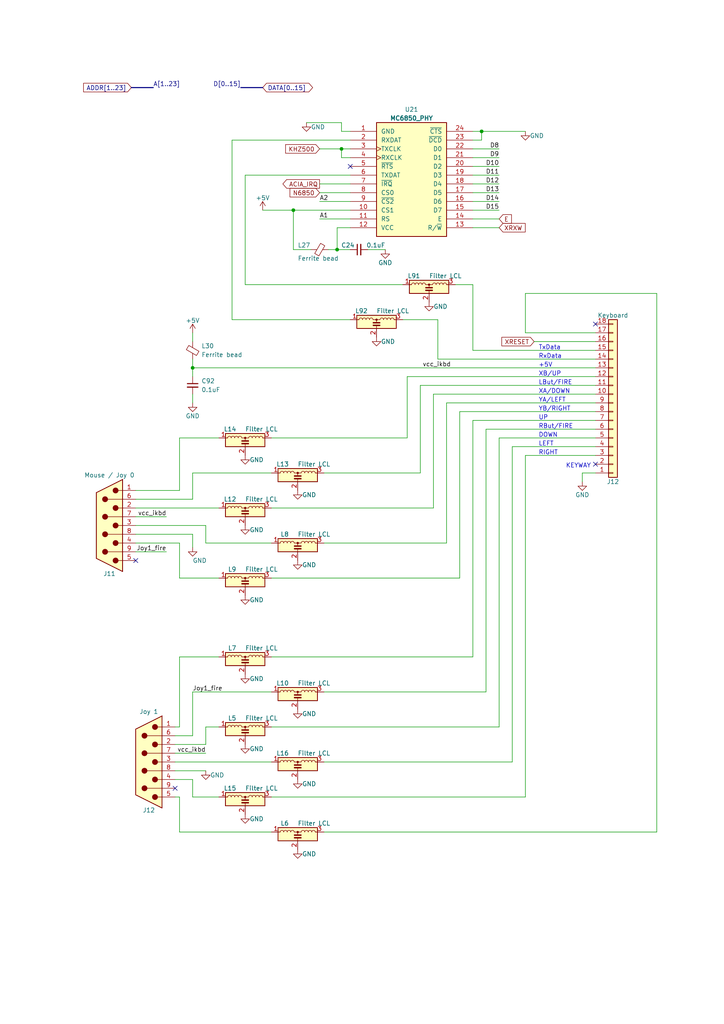
<source format=kicad_sch>
(kicad_sch (version 20211123) (generator eeschema)
  (paper "A4" portrait)
  (title_block (title "Converted schematics of Atari 260/520 ST") (date "2023-04-29") (rev "0") (comment 1 "…sporniket/kicad-conversions--atari-260-520-st-motherboard--c070231") (comment 2 "Original repository : https://github.com/…") (comment 4 "Reference : C070231"))
  (lib_symbols
    (symbol "Connector:DB9_Male" (pin_names (offset 1.016) hide)
      (property "Reference" "J" (at 0 13.97 0))
      (property "Value" "DB9_Male" (at 0 -14.605 0))
      (symbol "DB9_Male_0_1"
        (circle (center -1.778 -10.16) (radius 0.762) (fill (type outline)))
        (circle (center -1.778 -5.08) (radius 0.762) (fill (type outline)))
        (circle (center -1.778 0) (radius 0.762) (fill (type outline)))
        (circle (center -1.778 5.08) (radius 0.762) (fill (type outline)))
        (circle (center -1.778 10.16) (radius 0.762) (fill (type outline)))
        (polyline (pts (xy -3.81 -10.16) (xy -2.54 -10.16)))
        (polyline (pts (xy -3.81 -7.62) (xy 0.508 -7.62)))
        (polyline (pts (xy -3.81 -5.08) (xy -2.54 -5.08)))
        (polyline (pts (xy -3.81 -2.54) (xy 0.508 -2.54)))
        (polyline (pts (xy -3.81 0) (xy -2.54 0)))
        (polyline (pts (xy -3.81 2.54) (xy 0.508 2.54)))
        (polyline (pts (xy -3.81 5.08) (xy -2.54 5.08)))
        (polyline (pts (xy -3.81 7.62) (xy 0.508 7.62)))
        (polyline (pts (xy -3.81 10.16) (xy -2.54 10.16)))
        (polyline (pts (xy -3.81 -13.335) (xy -3.81 13.335) (xy 3.81 9.525) (xy 3.81 -9.525) (xy -3.81 -13.335)) (stroke (width 0.254)) (fill (type background)))
        (circle (center 1.27 -7.62) (radius 0.762) (fill (type outline)))
        (circle (center 1.27 -2.54) (radius 0.762) (fill (type outline)))
        (circle (center 1.27 2.54) (radius 0.762) (fill (type outline)))
        (circle (center 1.27 7.62) (radius 0.762) (fill (type outline)))
      )
      (symbol "DB9_Male_1_1"
        (pin passive line (at -7.62 -10.16 0) (length 3.81) (name "1") (number "1"))
        (pin passive line (at -7.62 -5.08 0) (length 3.81) (name "2") (number "2"))
        (pin passive line (at -7.62 0 0) (length 3.81) (name "3") (number "3"))
        (pin passive line (at -7.62 5.08 0) (length 3.81) (name "4") (number "4"))
        (pin passive line (at -7.62 10.16 0) (length 3.81) (name "5") (number "5"))
        (pin passive line (at -7.62 -7.62 0) (length 3.81) (name "6") (number "6"))
        (pin passive line (at -7.62 -2.54 0) (length 3.81) (name "7") (number "7"))
        (pin passive line (at -7.62 2.54 0) (length 3.81) (name "8") (number "8"))
        (pin passive line (at -7.62 7.62 0) (length 3.81) (name "9") (number "9"))
      )
    )
    (symbol "Connector_Generic:Conn_01x18" (pin_names (offset 1.016) hide)
      (property "Reference" "J" (at 0 22.86 0))
      (property "Value" "Conn_01x18" (at 0 -25.4 0))
      (symbol "Conn_01x18_1_1"
        (rectangle (start -1.27 -22.733) (end 0 -22.987) (stroke (width 0.1524)))
        (rectangle (start -1.27 -20.193) (end 0 -20.447) (stroke (width 0.1524)))
        (rectangle (start -1.27 -17.653) (end 0 -17.907) (stroke (width 0.1524)))
        (rectangle (start -1.27 -15.113) (end 0 -15.367) (stroke (width 0.1524)))
        (rectangle (start -1.27 -12.573) (end 0 -12.827) (stroke (width 0.1524)))
        (rectangle (start -1.27 -10.033) (end 0 -10.287) (stroke (width 0.1524)))
        (rectangle (start -1.27 -7.493) (end 0 -7.747) (stroke (width 0.1524)))
        (rectangle (start -1.27 -4.953) (end 0 -5.207) (stroke (width 0.1524)))
        (rectangle (start -1.27 -2.413) (end 0 -2.667) (stroke (width 0.1524)))
        (rectangle (start -1.27 0.127) (end 0 -0.127) (stroke (width 0.1524)))
        (rectangle (start -1.27 2.667) (end 0 2.413) (stroke (width 0.1524)))
        (rectangle (start -1.27 5.207) (end 0 4.953) (stroke (width 0.1524)))
        (rectangle (start -1.27 7.747) (end 0 7.493) (stroke (width 0.1524)))
        (rectangle (start -1.27 10.287) (end 0 10.033) (stroke (width 0.1524)))
        (rectangle (start -1.27 12.827) (end 0 12.573) (stroke (width 0.1524)))
        (rectangle (start -1.27 15.367) (end 0 15.113) (stroke (width 0.1524)))
        (rectangle (start -1.27 17.907) (end 0 17.653) (stroke (width 0.1524)))
        (rectangle (start -1.27 20.447) (end 0 20.193) (stroke (width 0.1524)))
        (rectangle (start -1.27 21.59) (end 1.27 -24.13) (stroke (width 0.254)) (fill (type background)))
        (pin passive line (at -5.08 20.32 0) (length 3.81) (name "Pin_1") (number "1"))
        (pin passive line (at -5.08 -2.54 0) (length 3.81) (name "Pin_10") (number "10"))
        (pin passive line (at -5.08 -5.08 0) (length 3.81) (name "Pin_11") (number "11"))
        (pin passive line (at -5.08 -7.62 0) (length 3.81) (name "Pin_12") (number "12"))
        (pin passive line (at -5.08 -10.16 0) (length 3.81) (name "Pin_13") (number "13"))
        (pin passive line (at -5.08 -12.7 0) (length 3.81) (name "Pin_14") (number "14"))
        (pin passive line (at -5.08 -15.24 0) (length 3.81) (name "Pin_15") (number "15"))
        (pin passive line (at -5.08 -17.78 0) (length 3.81) (name "Pin_16") (number "16"))
        (pin passive line (at -5.08 -20.32 0) (length 3.81) (name "Pin_17") (number "17"))
        (pin passive line (at -5.08 -22.86 0) (length 3.81) (name "Pin_18") (number "18"))
        (pin passive line (at -5.08 17.78 0) (length 3.81) (name "Pin_2") (number "2"))
        (pin passive line (at -5.08 15.24 0) (length 3.81) (name "Pin_3") (number "3"))
        (pin passive line (at -5.08 12.7 0) (length 3.81) (name "Pin_4") (number "4"))
        (pin passive line (at -5.08 10.16 0) (length 3.81) (name "Pin_5") (number "5"))
        (pin passive line (at -5.08 7.62 0) (length 3.81) (name "Pin_6") (number "6"))
        (pin passive line (at -5.08 5.08 0) (length 3.81) (name "Pin_7") (number "7"))
        (pin passive line (at -5.08 2.54 0) (length 3.81) (name "Pin_8") (number "8"))
        (pin passive line (at -5.08 0 0) (length 3.81) (name "Pin_9") (number "9"))
      )
    )
    (symbol "Device:C_Small" (pin_numbers hide) (pin_names (offset 0.254) hide)
      (property "Reference" "C" (at 0.254 1.778 0))
      (property "Value" "C_Small" (at 0.254 -2.032 0))
      (symbol "C_Small_0_1"
        (polyline (pts (xy -1.524 -0.508) (xy 1.524 -0.508)) (stroke (width 0.3302)))
        (polyline (pts (xy -1.524 0.508) (xy 1.524 0.508)) (stroke (width 0.3048)))
      )
      (symbol "C_Small_1_1"
        (pin passive line (at 0 2.54 270) (length 2.032) (name "~") (number "1"))
        (pin passive line (at 0 -2.54 90) (length 2.032) (name "~") (number "2"))
      )
    )
    (symbol "Device:Ferrite_Bead_Small" (pin_numbers hide) (pin_names (offset 0))
      (property "Reference" "FB" (at 1.905 1.27 0))
      (property "Value" "Device_Ferrite_Bead_Small" (at 1.905 -1.27 0))
      (symbol "Ferrite_Bead_Small_0_1"
        (polyline (pts (xy 0 -1.27) (xy 0 -0.7874)))
        (polyline (pts (xy 0 0.889) (xy 0 1.2954)))
        (polyline (pts (xy -1.8288 0.2794) (xy -1.1176 1.4986) (xy 1.8288 -0.2032) (xy 1.1176 -1.4224) (xy -1.8288 0.2794)))
      )
      (symbol "Ferrite_Bead_Small_1_1"
        (pin passive line (at 0 2.54 270) (length 1.27) (name "~") (number "1"))
        (pin passive line (at 0 -2.54 90) (length 1.27) (name "~") (number "2"))
      )
    )
    (symbol "Device:Filter_EMI_LCL" (pin_names (offset 0.254) hide)
      (property "Reference" "FL" (at 0 6.985 0))
      (property "Value" "Filter_EMI_LCL" (at 0 5.08 0))
      (symbol "Filter_EMI_LCL_0_1"
        (rectangle (start -5.715 3.81) (end 5.715 0) (stroke (width 0.254)) (fill (type background)))
        (arc (start -4.064 2.54) (mid -4.572 3.048) (end -5.08 2.54))
        (arc (start -3.048 2.54) (mid -3.556 3.048) (end -4.064 2.54))
        (arc (start -2.032 2.54) (mid -2.54 3.048) (end -3.048 2.54))
        (rectangle (start -1.016 0.762) (end 1.016 1.016) (fill (type outline)))
        (arc (start -1.016 2.54) (mid -1.524 3.048) (end -2.032 2.54))
        (polyline (pts (xy -1.016 2.54) (xy 1.016 2.54)))
        (polyline (pts (xy 0 0.762) (xy 0 0)))
        (polyline (pts (xy 0 2.54) (xy 0 1.778)))
        (circle (center 0 2.54) (radius 0.254) (fill (type outline)))
        (rectangle (start 1.016 1.524) (end -1.016 1.778) (fill (type outline)))
        (arc (start 2.032 2.54) (mid 1.524 3.048) (end 1.016 2.54))
        (arc (start 3.048 2.54) (mid 2.54 3.048) (end 2.032 2.54))
        (arc (start 4.064 2.54) (mid 3.556 3.048) (end 3.048 2.54))
        (arc (start 5.08 2.54) (mid 4.572 3.048) (end 4.064 2.54))
      )
      (symbol "Filter_EMI_LCL_1_1"
        (pin passive line (at -7.62 2.54 0) (length 2.54) (name "1") (number "1"))
        (pin passive line (at 0 -2.54 90) (length 2.54) (name "2") (number "2"))
        (pin passive line (at 7.62 2.54 180) (length 2.54) (name "3") (number "3"))
      )
    )
    (symbol "acia:MC6850_PHY" (pin_names (offset 1.27))
      (property "Reference" "U" (at 0 0 0))
      (property "Value" "MC6850_PHY" (at 0 0 0))
      (symbol "MC6850_PHY_0_0"
        (rectangle (start -10.16 16.51) (end 10.16 -16.51) (stroke (width 0.254)) (fill (type background)))
        (pin power_in line (at -17.78 13.97 0) (length 7.62) (name "GND") (number "1"))
        (pin input line (at -17.78 -8.89 0) (length 7.62) (name "CS1") (number "10"))
        (pin input line (at -17.78 -11.43 0) (length 7.62) (name "RS") (number "11"))
        (pin power_in line (at -17.78 -13.97 0) (length 7.62) (name "VCC") (number "12"))
        (pin input line (at 17.78 -13.97 180) (length 7.62) (name "R/~{W}") (number "13"))
        (pin input line (at 17.78 -11.43 180) (length 7.62) (name "E") (number "14"))
        (pin bidirectional line (at 17.78 -8.89 180) (length 7.62) (name "D7") (number "15"))
        (pin bidirectional line (at 17.78 -6.35 180) (length 7.62) (name "D6") (number "16"))
        (pin bidirectional line (at 17.78 -3.81 180) (length 7.62) (name "D5") (number "17"))
        (pin bidirectional line (at 17.78 -1.27 180) (length 7.62) (name "D4") (number "18"))
        (pin bidirectional line (at 17.78 1.27 180) (length 7.62) (name "D3") (number "19"))
        (pin input line (at -17.78 11.43 0) (length 7.62) (name "RXDAT") (number "2"))
        (pin bidirectional line (at 17.78 3.81 180) (length 7.62) (name "D2") (number "20"))
        (pin bidirectional line (at 17.78 6.35 180) (length 7.62) (name "D1") (number "21"))
        (pin bidirectional line (at 17.78 8.89 180) (length 7.62) (name "D0") (number "22"))
        (pin input line (at 17.78 11.43 180) (length 7.62) (name "~{DCD}") (number "23"))
        (pin input line (at 17.78 13.97 180) (length 7.62) (name "~{CTS}") (number "24"))
        (pin input clock (at -17.78 8.89 0) (length 7.62) (name "TXCLK") (number "3"))
        (pin input clock (at -17.78 6.35 0) (length 7.62) (name "RXCLK") (number "4"))
        (pin output line (at -17.78 3.81 0) (length 7.62) (name "~{RTS}") (number "5"))
        (pin output line (at -17.78 1.27 0) (length 7.62) (name "TXDAT") (number "6"))
        (pin open_collector line (at -17.78 -1.27 0) (length 7.62) (name "~{IRQ}") (number "7"))
        (pin input line (at -17.78 -3.81 0) (length 7.62) (name "CS0") (number "8"))
        (pin input line (at -17.78 -6.35 0) (length 7.62) (name "~{CS2}") (number "9"))
      )
    )
    (symbol "power:+5V" (power) (pin_names (offset 0))
      (property "Value" "+5V" (at 0 3.556 0))
      (symbol "+5V_0_1"
        (polyline (pts (xy -0.762 1.27) (xy 0 2.54)))
        (polyline (pts (xy 0 0) (xy 0 2.54)))
        (polyline (pts (xy 0 2.54) (xy 0.762 1.27)))
      )
      (symbol "+5V_1_1"
        (pin power_in line (at 0 0 90) (length 0) hide (name "+5V") (number "1"))
      )
    )
    (symbol "power:GND" (power) (pin_names (offset 0))
      (property "Value" "GND" (at 0 -3.81 0))
      (symbol "GND_0_1"
        (polyline (pts (xy 0 0) (xy 0 -1.27) (xy 1.27 -1.27) (xy 0 -2.54) (xy -1.27 -1.27) (xy 0 -1.27)))
      )
      (symbol "GND_1_1"
        (pin power_in line (at 0 0 270) (length 0) hide (name "GND") (number "1"))
      )
    )
  )
  (junction (at 85.09 60.96))
  (junction (at 99.06 43.18))
  (junction (at 97.79 72.39))
  (junction (at 55.88 106.68))
  (junction (at 139.7 38.1))
  (no_connect (at 50.8 228.6))
  (no_connect (at 39.37 162.56))
  (no_connect (at 172.72 134.62))
  (no_connect (at 172.72 93.98))
  (no_connect (at 101.6 48.26))
  (wire (pts (xy 92.71 53.34) (xy 101.6 53.34)))
  (wire (pts (xy 39.37 149.86) (xy 48.26 149.86)))
  (wire (pts (xy 39.37 142.24) (xy 52.07 142.24)))
  (wire (pts (xy 52.07 142.24) (xy 52.07 127)))
  (wire (pts (xy 152.4 132.08) (xy 152.4 231.14)))
  (wire (pts (xy 59.69 157.48) (xy 78.74 157.48)))
  (wire (pts (xy 148.59 220.98) (xy 93.98 220.98)))
  (wire (pts (xy 55.88 106.68) (xy 55.88 109.22)))
  (wire (pts (xy 92.71 43.18) (xy 99.06 43.18)))
  (wire (pts (xy 137.16 45.72) (xy 144.78 45.72)))
  (wire (pts (xy 52.07 167.64) (xy 63.5 167.64)))
  (wire (pts (xy 50.8 218.44) (xy 59.69 218.44)))
  (wire (pts (xy 55.88 226.06) (xy 55.88 231.14)))
  (wire (pts (xy 55.88 144.78) (xy 55.88 137.16)))
  (wire (pts (xy 55.88 231.14) (xy 63.5 231.14)))
  (wire (pts (xy 133.35 119.38) (xy 133.35 167.64)))
  (wire (pts (xy 59.69 210.82) (xy 63.5 210.82)))
  (wire (pts (xy 52.07 241.3) (xy 78.74 241.3)))
  (wire (pts (xy 92.71 63.5) (xy 101.6 63.5)))
  (wire (pts (xy 168.91 137.16) (xy 168.91 139.7)))
  (wire (pts (xy 121.92 111.76) (xy 172.72 111.76)))
  (wire (pts (xy 140.97 124.46) (xy 140.97 200.66)))
  (wire (pts (xy 92.71 58.42) (xy 101.6 58.42)))
  (wire (pts (xy 190.5 241.3) (xy 190.5 85.09)))
  (wire (pts (xy 144.78 210.82) (xy 78.74 210.82)))
  (wire (pts (xy 67.31 92.71) (xy 67.31 40.64)))
  (wire (pts (xy 97.79 72.39) (xy 101.6 72.39)))
  (wire (pts (xy 127 92.71) (xy 116.84 92.71)))
  (wire (pts (xy 85.09 60.96) (xy 101.6 60.96)))
  (wire (pts (xy 125.73 147.32) (xy 78.74 147.32)))
  (bus (pts (xy 38.1 25.4) (xy 44.45 25.4)))
  (wire (pts (xy 121.92 137.16) (xy 93.98 137.16)))
  (wire (pts (xy 118.11 109.22) (xy 172.72 109.22)))
  (wire (pts (xy 50.8 215.9) (xy 59.69 215.9)))
  (wire (pts (xy 52.07 210.82) (xy 52.07 190.5)))
  (wire (pts (xy 129.54 157.48) (xy 93.98 157.48)))
  (wire (pts (xy 172.72 104.14) (xy 127 104.14)))
  (wire (pts (xy 154.94 99.06) (xy 172.72 99.06)))
  (wire (pts (xy 137.16 58.42) (xy 144.78 58.42)))
  (wire (pts (xy 172.72 137.16) (xy 168.91 137.16)))
  (wire (pts (xy 137.16 101.6) (xy 172.72 101.6)))
  (wire (pts (xy 125.73 114.3) (xy 125.73 147.32)))
  (wire (pts (xy 137.16 38.1) (xy 139.7 38.1)))
  (wire (pts (xy 88.9 35.56) (xy 99.06 35.56)))
  (wire (pts (xy 129.54 116.84) (xy 129.54 157.48)))
  (wire (pts (xy 137.16 60.96) (xy 144.78 60.96)))
  (wire (pts (xy 140.97 200.66) (xy 93.98 200.66)))
  (wire (pts (xy 52.07 231.14) (xy 52.07 241.3)))
  (wire (pts (xy 50.8 231.14) (xy 52.07 231.14)))
  (wire (pts (xy 144.78 127) (xy 172.72 127)))
  (wire (pts (xy 55.88 200.66) (xy 78.74 200.66)))
  (wire (pts (xy 50.8 213.36) (xy 55.88 213.36)))
  (wire (pts (xy 97.79 66.04) (xy 97.79 72.39)))
  (wire (pts (xy 99.06 43.18) (xy 101.6 43.18)))
  (wire (pts (xy 99.06 38.1) (xy 101.6 38.1)))
  (wire (pts (xy 139.7 40.64) (xy 139.7 38.1)))
  (wire (pts (xy 144.78 127) (xy 144.78 210.82)))
  (wire (pts (xy 121.92 111.76) (xy 121.92 137.16)))
  (wire (pts (xy 50.8 210.82) (xy 52.07 210.82)))
  (wire (pts (xy 85.09 60.96) (xy 85.09 72.39)))
  (wire (pts (xy 55.88 96.52) (xy 55.88 99.06)))
  (wire (pts (xy 139.7 38.1) (xy 152.4 38.1)))
  (wire (pts (xy 71.12 82.55) (xy 71.12 50.8)))
  (wire (pts (xy 55.88 154.94) (xy 55.88 158.75)))
  (wire (pts (xy 148.59 129.54) (xy 148.59 220.98)))
  (wire (pts (xy 116.84 82.55) (xy 71.12 82.55)))
  (wire (pts (xy 99.06 45.72) (xy 99.06 43.18)))
  (wire (pts (xy 101.6 92.71) (xy 67.31 92.71)))
  (wire (pts (xy 71.12 50.8) (xy 101.6 50.8)))
  (wire (pts (xy 137.16 66.04) (xy 144.78 66.04)))
  (wire (pts (xy 137.16 55.88) (xy 144.78 55.88)))
  (wire (pts (xy 55.88 213.36) (xy 55.88 200.66)))
  (wire (pts (xy 99.06 35.56) (xy 99.06 38.1)))
  (wire (pts (xy 137.16 101.6) (xy 137.16 82.55)))
  (wire (pts (xy 78.74 231.14) (xy 152.4 231.14)))
  (wire (pts (xy 39.37 160.02) (xy 48.26 160.02)))
  (wire (pts (xy 76.2 60.96) (xy 85.09 60.96)))
  (wire (pts (xy 152.4 85.09) (xy 152.4 96.52)))
  (wire (pts (xy 67.31 40.64) (xy 101.6 40.64)))
  (wire (pts (xy 190.5 85.09) (xy 152.4 85.09)))
  (bus (pts (xy 69.85 25.4) (xy 76.2 25.4)))
  (wire (pts (xy 85.09 72.39) (xy 90.17 72.39)))
  (wire (pts (xy 50.8 223.52) (xy 59.69 223.52)))
  (wire (pts (xy 137.16 50.8) (xy 144.78 50.8)))
  (wire (pts (xy 39.37 154.94) (xy 55.88 154.94)))
  (wire (pts (xy 133.35 119.38) (xy 172.72 119.38)))
  (wire (pts (xy 92.71 55.88) (xy 101.6 55.88)))
  (wire (pts (xy 118.11 109.22) (xy 118.11 127)))
  (wire (pts (xy 39.37 147.32) (xy 63.5 147.32)))
  (wire (pts (xy 50.8 226.06) (xy 55.88 226.06)))
  (wire (pts (xy 52.07 127) (xy 63.5 127)))
  (wire (pts (xy 118.11 127) (xy 78.74 127)))
  (wire (pts (xy 39.37 157.48) (xy 52.07 157.48)))
  (wire (pts (xy 55.88 106.68) (xy 172.72 106.68)))
  (wire (pts (xy 95.25 72.39) (xy 97.79 72.39)))
  (wire (pts (xy 50.8 220.98) (xy 78.74 220.98)))
  (wire (pts (xy 101.6 45.72) (xy 99.06 45.72)))
  (wire (pts (xy 137.16 190.5) (xy 78.74 190.5)))
  (wire (pts (xy 152.4 96.52) (xy 172.72 96.52)))
  (wire (pts (xy 137.16 121.92) (xy 137.16 190.5)))
  (wire (pts (xy 52.07 190.5) (xy 63.5 190.5)))
  (wire (pts (xy 133.35 167.64) (xy 78.74 167.64)))
  (wire (pts (xy 137.16 121.92) (xy 172.72 121.92)))
  (wire (pts (xy 137.16 40.64) (xy 139.7 40.64)))
  (wire (pts (xy 55.88 137.16) (xy 78.74 137.16)))
  (wire (pts (xy 129.54 116.84) (xy 172.72 116.84)))
  (wire (pts (xy 148.59 129.54) (xy 172.72 129.54)))
  (wire (pts (xy 106.68 72.39) (xy 111.76 72.39)))
  (wire (pts (xy 137.16 48.26) (xy 144.78 48.26)))
  (wire (pts (xy 39.37 152.4) (xy 59.69 152.4)))
  (wire (pts (xy 152.4 132.08) (xy 172.72 132.08)))
  (wire (pts (xy 137.16 53.34) (xy 144.78 53.34)))
  (wire (pts (xy 132.08 82.55) (xy 137.16 82.55)))
  (wire (pts (xy 55.88 104.14) (xy 55.88 106.68)))
  (wire (pts (xy 55.88 114.3) (xy 55.88 116.84)))
  (wire (pts (xy 137.16 63.5) (xy 144.78 63.5)))
  (wire (pts (xy 125.73 114.3) (xy 172.72 114.3)))
  (wire (pts (xy 140.97 124.46) (xy 172.72 124.46)))
  (wire (pts (xy 101.6 66.04) (xy 97.79 66.04)))
  (wire (pts (xy 137.16 43.18) (xy 144.78 43.18)))
  (wire (pts (xy 39.37 144.78) (xy 55.88 144.78)))
  (wire (pts (xy 127 104.14) (xy 127 92.71)))
  (wire (pts (xy 59.69 215.9) (xy 59.69 210.82)))
  (wire (pts (xy 93.98 241.3) (xy 190.5 241.3)))
  (wire (pts (xy 52.07 157.48) (xy 52.07 167.64)))
  (wire (pts (xy 59.69 152.4) (xy 59.69 157.48)))
  (text "YA/LEFT" (at 156.21 116.84 0) (effects (font (size 1.27 1.27)) (justify left bottom)))
  (text "XB/UP" (at 156.21 109.22 0) (effects (font (size 1.27 1.27)) (justify left bottom)))
  (text "RIGHT" (at 156.21 132.08 0) (effects (font (size 1.27 1.27)) (justify left bottom)))
  (text "LBut/FIRE" (at 156.21 111.76 0) (effects (font (size 1.27 1.27)) (justify left bottom)))
  (text "UP" (at 156.21 121.92 0) (effects (font (size 1.27 1.27)) (justify left bottom)))
  (text "XA/DOWN" (at 156.21 114.3 0) (effects (font (size 1.27 1.27)) (justify left bottom)))
  (text "RxData" (at 156.21 104.14 0) (effects (font (size 1.27 1.27)) (justify left bottom)))
  (text "DOWN" (at 156.21 127 0) (effects (font (size 1.27 1.27)) (justify left bottom)))
  (text "+5V" (at 156.21 106.68 0) (effects (font (size 1.27 1.27)) (justify left bottom)))
  (text "RBut/FIRE" (at 156.21 124.46 0) (effects (font (size 1.27 1.27)) (justify left bottom)))
  (text "LEFT" (at 156.21 129.54 0) (effects (font (size 1.27 1.27)) (justify left bottom)))
  (text "KEYWAY" (at 171.45 135.89 180) (effects (font (size 1.27 1.27)) (justify right bottom)))
  (text "YB/RIGHT" (at 156.21 119.38 0) (effects (font (size 1.27 1.27)) (justify left bottom)))
  (text "TxData" (at 156.21 101.6 0) (effects (font (size 1.27 1.27)) (justify left bottom)))
  (label "D9" (at 144.78 45.72 180))
  (label "D14" (at 144.78 58.42 180))
  (label "vcc_ikbd" (at 48.26 149.86 180))
  (label "A1" (at 92.71 63.5 0))
  (label "D12" (at 144.78 53.34 180))
  (label "A[1..23]" (at 44.45 25.4 0))
  (label "A2" (at 92.71 58.42 0))
  (label "D11" (at 144.78 50.8 180))
  (label "vcc_ikbd" (at 130.81 106.68 180))
  (label "D[0..15]" (at 69.85 25.4 180))
  (label "D15" (at 144.78 60.96 180))
  (label "Joy1_fire" (at 48.26 160.02 180))
  (label "D8" (at 144.78 43.18 180))
  (label "vcc_ikbd" (at 59.69 218.44 180))
  (label "Joy1_fire" (at 55.88 200.66 0))
  (label "D10" (at 144.78 48.26 180))
  (label "D13" (at 144.78 55.88 180))
  (global_label "N6850" (shape input) (at 92.71 55.88 180) (property "Intersheet References" "${INTERSHEET_REFS}" (effects hide)))
  (global_label "ADDR[1..23]" (shape input) (at 38.1 25.4 180) (property "Intersheet References" "${INTERSHEET_REFS}" (effects hide)))
  (global_label "ACIA_IRQ" (shape output) (at 92.71 53.34 180) (property "Intersheet References" "${INTERSHEET_REFS}" (effects hide)))
  (global_label "XRESET" (shape input) (at 154.94 99.06 180) (property "Intersheet References" "${INTERSHEET_REFS}" (effects hide)))
  (global_label "KHZ500" (shape input) (at 92.71 43.18 180) (property "Intersheet References" "${INTERSHEET_REFS}" (effects hide)))
  (global_label "E" (shape input) (at 144.78 63.5 0) (property "Intersheet References" "${INTERSHEET_REFS}" (effects hide)))
  (global_label "XRXW" (shape input) (at 144.78 66.04 0) (property "Intersheet References" "${INTERSHEET_REFS}" (effects hide)))
  (global_label "DATA[0..15]" (shape bidirectional) (at 76.2 25.4 0) (property "Intersheet References" "${INTERSHEET_REFS}" (effects hide)))
  (symbol (lib_id "Device:C_Small") (at 104.14 72.39 90) (unit 1)
    (property "Reference" "C24" (at 102.87 71.12 90) (effects (justify left)))
    (property "Value" "0.1uF" (at 111.76 71.12 90) (effects (justify left)))
    (property "Footprint" "commons-passives_THT:Passive_THT_capacitor_mlcc_W2.54mm_L12.70mm" (effects hide))
  )
  (symbol (lib_id "Connector:DB9_Male") (at 31.75 152.4 180) (unit 1)
    (property "Reference" "J11" (at 31.75 166.37 0))
    (property "Value" "Mouse / Joy 0" (at 31.75 137.795 0))
    (property "Datasheet" " ~" (effects hide))
  )
  (symbol (lib_id "Device:Filter_EMI_LCL") (at 71.12 129.54 0) (unit 1)
    (property "Reference" "L14" (at 68.58 124.46 0) (effects (justify right)))
    (property "Value" "Filter LCL" (at 71.12 124.46 0) (effects (justify left)))
    (property "Datasheet" "http://www.murata.com/~/media/webrenewal/support/library/catalog/products/emc/emifil/c31e.ashx?la=en-gb" (effects hide))
  )
  (symbol (lib_id "power:GND") (at 109.22 97.79 0) (unit 1)
    (property "Reference" "#PWR?" (effects hide))
    (property "Value" "GND" (at 110.49 99.06 0) (effects (justify left)))
  )
  (symbol (lib_id "power:GND") (at 124.46 87.63 0) (unit 1)
    (property "Reference" "#PWR?" (effects hide))
    (property "Value" "GND" (at 125.73 88.9 0) (effects (justify left)))
  )
  (symbol (lib_id "power:GND") (at 152.4 38.1 0) (unit 1)
    (property "Reference" "#PWR?" (effects hide))
    (property "Value" "GND" (at 153.67 39.37 0) (effects (justify left)))
  )
  (symbol (lib_id "Device:Filter_EMI_LCL") (at 86.36 139.7 0) (unit 1)
    (property "Reference" "L13" (at 83.82 134.62 0) (effects (justify right)))
    (property "Value" "Filter LCL" (at 86.36 134.62 0) (effects (justify left)))
    (property "Datasheet" "http://www.murata.com/~/media/webrenewal/support/library/catalog/products/emc/emifil/c31e.ashx?la=en-gb" (effects hide))
  )
  (symbol (lib_id "power:GND") (at 71.12 172.72 0) (unit 1)
    (property "Reference" "#PWR?" (effects hide))
    (property "Value" "GND" (at 72.39 173.99 0) (effects (justify left)))
  )
  (symbol (lib_id "power:GND") (at 71.12 215.9 0) (unit 1)
    (property "Reference" "#PWR?" (effects hide))
    (property "Value" "GND" (at 72.39 217.17 0) (effects (justify left)))
  )
  (symbol (lib_id "Device:Ferrite_Bead_Small") (at 92.71 72.39 270) (unit 1)
    (property "Reference" "L27" (at 86.36 71.12 90) (effects (justify left)))
    (property "Value" "Ferrite bead" (at 86.36 74.93 90) (effects (justify left)))
    (property "Footprint" "commons-passives_THT:Passive_THT_ferrite_bead_W3.81mm_L15.24mm" (effects hide))
  )
  (symbol (lib_id "Device:Ferrite_Bead_Small") (at 55.88 101.6 180) (unit 1)
    (property "Reference" "L30" (at 58.42 100.33 0) (effects (justify right)))
    (property "Value" "Ferrite bead" (at 58.42 102.87 0) (effects (justify right)))
    (property "Footprint" "commons-passives_THT:Passive_THT_ferrite_bead_W3.81mm_L15.24mm" (effects hide))
  )
  (symbol (lib_id "power:+5V") (at 76.2 60.96 0) (unit 1)
    (property "Reference" "#PWR?" (effects hide))
    (property "Value" "+5V" (at 76.2 57.404 0))
  )
  (symbol (lib_id "power:GND") (at 86.36 246.38 0) (unit 1)
    (property "Reference" "#PWR?" (effects hide))
    (property "Value" "GND" (at 87.63 247.65 0) (effects (justify left)))
  )
  (symbol (lib_id "Device:Filter_EMI_LCL") (at 86.36 223.52 0) (unit 1)
    (property "Reference" "L16" (at 83.82 218.44 0) (effects (justify right)))
    (property "Value" "Filter LCL" (at 86.36 218.44 0) (effects (justify left)))
    (property "Datasheet" "http://www.murata.com/~/media/webrenewal/support/library/catalog/products/emc/emifil/c31e.ashx?la=en-gb" (effects hide))
  )
  (symbol (lib_id "Connector_Generic:Conn_01x18") (at 177.8 116.84 0) (mirror x) (unit 1)
    (property "Reference" "J12" (at 177.8 139.7 0))
    (property "Value" "Keyboard" (at 177.8 91.44 0))
  )
  (symbol (lib_id "power:GND") (at 71.12 152.4 0) (unit 1)
    (property "Reference" "#PWR?" (effects hide))
    (property "Value" "GND" (at 72.39 153.67 0) (effects (justify left)))
  )
  (symbol (lib_id "power:GND") (at 88.9 35.56 0) (unit 1)
    (property "Reference" "#PWR?" (effects hide))
    (property "Value" "GND" (at 90.17 36.83 0) (effects (justify left)))
  )
  (symbol (lib_id "Device:Filter_EMI_LCL") (at 86.36 160.02 0) (unit 1)
    (property "Reference" "L8" (at 83.82 154.94 0) (effects (justify right)))
    (property "Value" "Filter LCL" (at 86.36 154.94 0) (effects (justify left)))
    (property "Datasheet" "http://www.murata.com/~/media/webrenewal/support/library/catalog/products/emc/emifil/c31e.ashx?la=en-gb" (effects hide))
  )
  (symbol (lib_id "power:+5V") (at 55.88 96.52 0) (unit 1)
    (property "Reference" "#PWR?" (effects hide))
    (property "Value" "+5V" (at 55.88 92.964 0))
  )
  (symbol (lib_id "acia:MC6850_PHY") (at 119.38 52.07 0) (unit 1)
    (property "Reference" "U21" (at 119.38 31.75 0))
    (property "Value" "MC6850_PHY" (at 119.38 34.29 0) (effects (font bold)))
    (property "Footprint" "Package_DIP:DIP-24_W15.24mm_LongPads" (effects hide))
    (property "Datasheet" "https://docs.dev-docs.org/htm/search.php?find=%28ACIA%29+%5B1985%5D" (effects hide))
  )
  (symbol (lib_id "power:GND") (at 71.12 132.08 0) (unit 1)
    (property "Reference" "#PWR?" (effects hide))
    (property "Value" "GND" (at 72.39 133.35 0) (effects (justify left)))
  )
  (symbol (lib_id "Device:Filter_EMI_LCL") (at 109.22 95.25 0) (unit 1)
    (property "Reference" "L92" (at 106.68 90.17 0) (effects (justify right)))
    (property "Value" "Filter LCL" (at 109.22 90.17 0) (effects (justify left)))
    (property "Datasheet" "http://www.murata.com/~/media/webrenewal/support/library/catalog/products/emc/emifil/c31e.ashx?la=en-gb" (effects hide))
  )
  (symbol (lib_id "Device:Filter_EMI_LCL") (at 71.12 149.86 0) (unit 1)
    (property "Reference" "L12" (at 68.58 144.78 0) (effects (justify right)))
    (property "Value" "Filter LCL" (at 71.12 144.78 0) (effects (justify left)))
    (property "Datasheet" "http://www.murata.com/~/media/webrenewal/support/library/catalog/products/emc/emifil/c31e.ashx?la=en-gb" (effects hide))
  )
  (symbol (lib_id "power:GND") (at 86.36 142.24 0) (unit 1)
    (property "Reference" "#PWR?" (effects hide))
    (property "Value" "GND" (at 87.63 143.51 0) (effects (justify left)))
  )
  (symbol (lib_id "Device:Filter_EMI_LCL") (at 71.12 193.04 0) (unit 1)
    (property "Reference" "L7" (at 68.58 187.96 0) (effects (justify right)))
    (property "Value" "Filter LCL" (at 71.12 187.96 0) (effects (justify left)))
    (property "Datasheet" "http://www.murata.com/~/media/webrenewal/support/library/catalog/products/emc/emifil/c31e.ashx?la=en-gb" (effects hide))
  )
  (symbol (lib_id "Device:Filter_EMI_LCL") (at 71.12 170.18 0) (unit 1)
    (property "Reference" "L9" (at 68.58 165.1 0) (effects (justify right)))
    (property "Value" "Filter LCL" (at 71.12 165.1 0) (effects (justify left)))
    (property "Datasheet" "http://www.murata.com/~/media/webrenewal/support/library/catalog/products/emc/emifil/c31e.ashx?la=en-gb" (effects hide))
  )
  (symbol (lib_id "power:GND") (at 59.69 223.52 0) (unit 1)
    (property "Reference" "#PWR?" (effects hide))
    (property "Value" "GND" (at 60.96 224.79 0) (effects (justify left)))
  )
  (symbol (lib_id "power:GND") (at 86.36 205.74 0) (unit 1)
    (property "Reference" "#PWR?" (effects hide))
    (property "Value" "GND" (at 87.63 207.01 0) (effects (justify left)))
  )
  (symbol (lib_id "Device:Filter_EMI_LCL") (at 71.12 213.36 0) (unit 1)
    (property "Reference" "L5" (at 68.58 208.28 0) (effects (justify right)))
    (property "Value" "Filter LCL" (at 71.12 208.28 0) (effects (justify left)))
    (property "Datasheet" "http://www.murata.com/~/media/webrenewal/support/library/catalog/products/emc/emifil/c31e.ashx?la=en-gb" (effects hide))
  )
  (symbol (lib_id "power:GND") (at 168.91 139.7 0) (unit 1)
    (property "Reference" "#PWR?" (effects hide))
    (property "Value" "GND" (at 168.91 143.51 0))
  )
  (symbol (lib_id "Device:C_Small") (at 55.88 111.76 0) (unit 1)
    (property "Reference" "C92" (at 58.42 110.49 0) (effects (justify left)))
    (property "Value" "0.1uF" (at 58.42 113.03 0) (effects (justify left)))
    (property "Footprint" "commons-passives_THT:Passive_THT_capacitor_mlcc_W2.54mm_L12.70mm" (effects hide))
  )
  (symbol (lib_id "power:GND") (at 55.88 116.84 0) (unit 1)
    (property "Reference" "#PWR?" (effects hide))
    (property "Value" "GND" (at 55.88 120.65 0))
  )
  (symbol (lib_id "power:GND") (at 55.88 158.75 0) (unit 1)
    (property "Reference" "#PWR?" (effects hide))
    (property "Value" "GND" (at 55.88 162.56 0) (effects (justify left)))
  )
  (symbol (lib_id "Device:Filter_EMI_LCL") (at 71.12 233.68 0) (unit 1)
    (property "Reference" "L15" (at 68.58 228.6 0) (effects (justify right)))
    (property "Value" "Filter LCL" (at 71.12 228.6 0) (effects (justify left)))
    (property "Datasheet" "http://www.murata.com/~/media/webrenewal/support/library/catalog/products/emc/emifil/c31e.ashx?la=en-gb" (effects hide))
  )
  (symbol (lib_id "Device:Filter_EMI_LCL") (at 124.46 85.09 0) (unit 1)
    (property "Reference" "L91" (at 121.92 80.01 0) (effects (justify right)))
    (property "Value" "Filter LCL" (at 124.46 80.01 0) (effects (justify left)))
    (property "Datasheet" "http://www.murata.com/~/media/webrenewal/support/library/catalog/products/emc/emifil/c31e.ashx?la=en-gb" (effects hide))
  )
  (symbol (lib_id "Connector:DB9_Male") (at 43.18 220.98 180) (unit 1)
    (property "Reference" "J12" (at 43.18 234.95 0))
    (property "Value" "Joy 1" (at 43.18 206.375 0))
    (property "Datasheet" " ~" (effects hide))
  )
  (symbol (lib_id "power:GND") (at 71.12 236.22 0) (unit 1)
    (property "Reference" "#PWR?" (effects hide))
    (property "Value" "GND" (at 72.39 237.49 0) (effects (justify left)))
  )
  (symbol (lib_id "Device:Filter_EMI_LCL") (at 86.36 243.84 0) (unit 1)
    (property "Reference" "L6" (at 83.82 238.76 0) (effects (justify right)))
    (property "Value" "Filter LCL" (at 86.36 238.76 0) (effects (justify left)))
    (property "Datasheet" "http://www.murata.com/~/media/webrenewal/support/library/catalog/products/emc/emifil/c31e.ashx?la=en-gb" (effects hide))
  )
  (symbol (lib_id "power:GND") (at 86.36 162.56 0) (unit 1)
    (property "Reference" "#PWR?" (effects hide))
    (property "Value" "GND" (at 87.63 163.83 0) (effects (justify left)))
  )
  (symbol (lib_id "power:GND") (at 111.76 72.39 0) (unit 1)
    (property "Reference" "#PWR?" (effects hide))
    (property "Value" "GND" (at 111.76 76.2 0))
  )
  (symbol (lib_id "power:GND") (at 71.12 195.58 0) (unit 1)
    (property "Reference" "#PWR?" (effects hide))
    (property "Value" "GND" (at 72.39 196.85 0) (effects (justify left)))
  )
  (symbol (lib_id "Device:Filter_EMI_LCL") (at 86.36 203.2 0) (unit 1)
    (property "Reference" "L10" (at 83.82 198.12 0) (effects (justify right)))
    (property "Value" "Filter LCL" (at 86.36 198.12 0) (effects (justify left)))
    (property "Datasheet" "http://www.murata.com/~/media/webrenewal/support/library/catalog/products/emc/emifil/c31e.ashx?la=en-gb" (effects hide))
  )
  (symbol (lib_id "power:GND") (at 86.36 226.06 0) (unit 1)
    (property "Reference" "#PWR?" (effects hide))
    (property "Value" "GND" (at 87.63 227.33 0) (effects (justify left)))
  )
)
</source>
